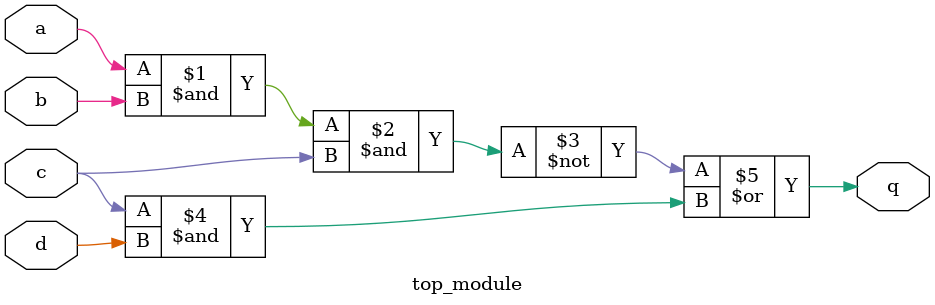
<source format=sv>
module top_module (
	input a, 
	input b, 
	input c, 
	input d,
	output q
);

	assign q = ~(a & b & c) | (c & d);
	
endmodule

</source>
